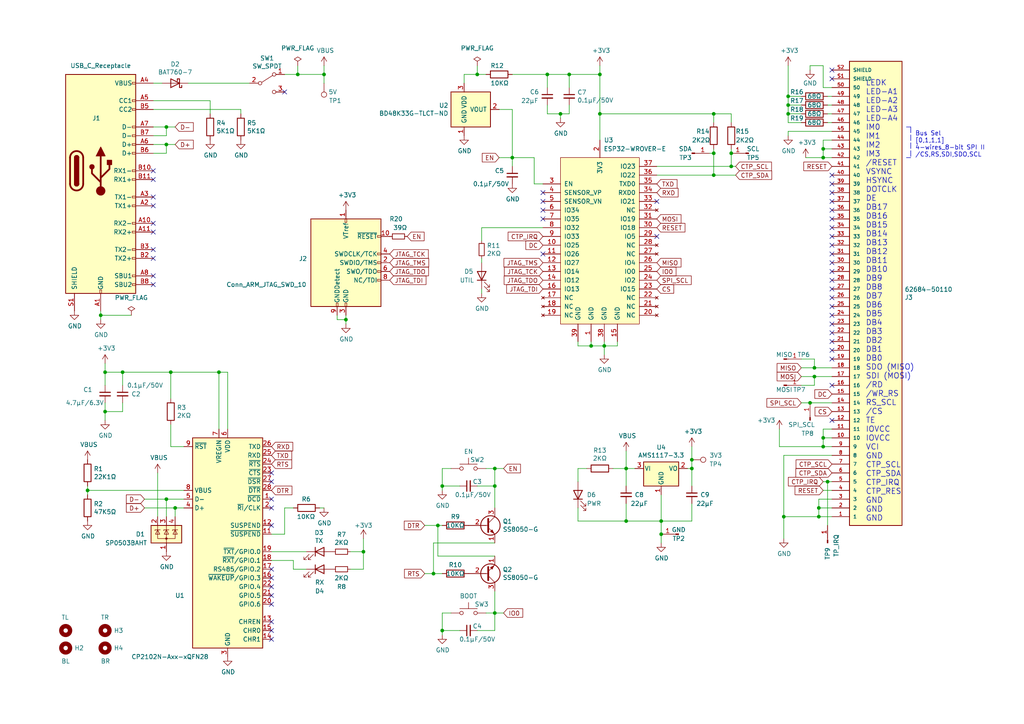
<source format=kicad_sch>
(kicad_sch (version 20211123) (generator eeschema)
  (paper "A4")
  (title_block (title "Test ESP32-WROVER-E display board") (date "2021-09-26") (rev "4") (company "Chris Mumford") (comment 1 "Fork this project and start making changes") (comment 3 "USB-C, ESP32, Capacitive touch") (comment 4 "ESP32 w/display"))
  (junction (at 207.01 50.8))
  (junction (at 212.09 44.45))
  (junction (at 200.66 135.89))
  (junction (at 238.76 43.18))
  (junction (at 162.56 33.02))
  (junction (at 125.73 166.37))
  (junction (at 128.27 140.97))
  (junction (at 105.41 160.02))
  (junction (at 127 152.4))
  (junction (at 165.1 21.59))
  (junction (at 158.75 21.59))
  (junction (at 238.76 129.54))
  (junction (at 212.09 48.26))
  (junction (at 49.53 107.95))
  (junction (at 181.61 151.13))
  (junction (at 173.99 21.59))
  (junction (at 238.76 45.72))
  (junction (at 173.99 33.02))
  (junction (at 175.26 100.33))
  (junction (at 100.33 92.71))
  (junction (at 35.56 107.95))
  (junction (at 240.03 139.7))
  (junction (at 200.66 133.35))
  (junction (at 48.26 144.78))
  (junction (at 48.26 41.91))
  (junction (at 191.77 151.13))
  (junction (at 93.98 21.59))
  (junction (at 228.6 27.94))
  (junction (at 237.49 147.32))
  (junction (at 191.77 154.94))
  (junction (at 25.4 142.24))
  (junction (at 50.8 147.32))
  (junction (at 148.59 45.72))
  (junction (at 228.6 33.02))
  (junction (at 236.22 109.22))
  (junction (at 86.36 21.59))
  (junction (at 30.48 119.38))
  (junction (at 30.48 107.95))
  (junction (at 128.27 182.88))
  (junction (at 238.76 127))
  (junction (at 143.51 135.89))
  (junction (at 237.49 149.86))
  (junction (at 207.01 33.02))
  (junction (at 236.22 106.68))
  (junction (at 228.6 30.48))
  (junction (at 63.5 107.95))
  (junction (at 207.01 44.45))
  (junction (at 29.21 91.44))
  (junction (at 138.43 21.59))
  (junction (at 143.51 140.97))
  (junction (at 171.45 100.33))
  (junction (at 227.33 149.86))
  (junction (at 143.51 177.8))
  (junction (at 48.26 36.83))
  (junction (at 181.61 135.89))
  (junction (at 234.95 116.84))
  (no_connect (at 241.3 76.2))
  (no_connect (at 241.3 88.9))
  (no_connect (at 241.3 50.8))
  (no_connect (at 241.3 101.6))
  (no_connect (at 241.3 86.36))
  (no_connect (at 241.3 104.14))
  (no_connect (at 241.3 22.86))
  (no_connect (at 44.45 52.07))
  (no_connect (at 44.45 67.31))
  (no_connect (at 44.45 82.55))
  (no_connect (at 157.48 73.66))
  (no_connect (at 241.3 58.42))
  (no_connect (at 44.45 80.01))
  (no_connect (at 241.3 83.82))
  (no_connect (at 241.3 121.92))
  (no_connect (at 190.5 68.58))
  (no_connect (at 44.45 74.93))
  (no_connect (at 241.3 60.96))
  (no_connect (at 190.5 58.42))
  (no_connect (at 241.3 66.04))
  (no_connect (at 44.45 49.53))
  (no_connect (at 44.45 57.15))
  (no_connect (at 241.3 93.98))
  (no_connect (at 44.45 72.39))
  (no_connect (at 157.48 63.5))
  (no_connect (at 44.45 64.77))
  (no_connect (at 157.48 58.42))
  (no_connect (at 241.3 55.88))
  (no_connect (at 241.3 63.5))
  (no_connect (at 241.3 73.66))
  (no_connect (at 241.3 81.28))
  (no_connect (at 241.3 78.74))
  (no_connect (at 241.3 68.58))
  (no_connect (at 78.74 167.64))
  (no_connect (at 78.74 170.18))
  (no_connect (at 78.74 172.72))
  (no_connect (at 78.74 175.26))
  (no_connect (at 78.74 180.34))
  (no_connect (at 78.74 182.88))
  (no_connect (at 78.74 185.42))
  (no_connect (at 78.74 137.16))
  (no_connect (at 78.74 139.7))
  (no_connect (at 78.74 144.78))
  (no_connect (at 78.74 165.1))
  (no_connect (at 78.74 147.32))
  (no_connect (at 78.74 152.4))
  (no_connect (at 241.3 99.06))
  (no_connect (at 44.45 59.69))
  (no_connect (at 157.48 60.96))
  (no_connect (at 241.3 53.34))
  (no_connect (at 241.3 91.44))
  (no_connect (at 241.3 20.32))
  (no_connect (at 241.3 96.52))
  (no_connect (at 241.3 111.76))
  (no_connect (at 157.48 55.88))
  (no_connect (at 82.55 26.67))
  (no_connect (at 241.3 71.12))
  (wire (pts (xy 158.75 33.02) (xy 162.56 33.02)))
  (wire (pts (xy 35.56 107.95) (xy 49.53 107.95)))
  (wire (pts (xy 237.49 144.78) (xy 237.49 147.32)))
  (wire (pts (xy 200.66 129.54) (xy 200.66 133.35)))
  (wire (pts (xy 158.75 21.59) (xy 148.59 21.59)))
  (wire (pts (xy 127 161.29) (xy 143.51 161.29)))
  (wire (pts (xy 157.48 53.34) (xy 154.94 53.34)))
  (wire (pts (xy 175.26 100.33) (xy 175.26 99.06)))
  (wire (pts (xy 232.41 35.56) (xy 228.6 35.56)))
  (wire (pts (xy 140.97 177.8) (xy 143.51 177.8)))
  (wire (pts (xy 238.76 40.64) (xy 238.76 43.18)))
  (wire (pts (xy 88.9 165.1) (xy 85.09 165.1)))
  (wire (pts (xy 48.26 144.78) (xy 53.34 144.78)))
  (wire (pts (xy 41.91 147.32) (xy 50.8 147.32)))
  (wire (pts (xy 85.09 162.56) (xy 85.09 165.1)))
  (wire (pts (xy 128.27 182.88) (xy 128.27 184.15)))
  (polyline (pts (xy 264.16 45.72) (xy 262.89 45.72)))
  (wire (pts (xy 173.99 33.02) (xy 207.01 33.02)))
  (wire (pts (xy 139.7 74.93) (xy 139.7 76.2)))
  (wire (pts (xy 127 152.4) (xy 128.27 152.4)))
  (wire (pts (xy 49.53 129.54) (xy 53.34 129.54)))
  (wire (pts (xy 167.64 135.89) (xy 170.18 135.89)))
  (wire (pts (xy 181.61 151.13) (xy 191.77 151.13)))
  (wire (pts (xy 226.06 124.46) (xy 226.06 129.54)))
  (wire (pts (xy 128.27 140.97) (xy 128.27 142.24)))
  (wire (pts (xy 171.45 100.33) (xy 175.26 100.33)))
  (wire (pts (xy 167.64 147.32) (xy 167.64 151.13)))
  (wire (pts (xy 212.09 43.18) (xy 212.09 44.45)))
  (wire (pts (xy 29.21 91.44) (xy 38.1 91.44)))
  (wire (pts (xy 105.41 165.1) (xy 105.41 160.02)))
  (wire (pts (xy 232.41 30.48) (xy 228.6 30.48)))
  (wire (pts (xy 138.43 140.97) (xy 143.51 140.97)))
  (wire (pts (xy 69.85 31.75) (xy 44.45 31.75)))
  (wire (pts (xy 139.7 66.04) (xy 139.7 69.85)))
  (wire (pts (xy 123.19 166.37) (xy 125.73 166.37)))
  (wire (pts (xy 45.72 137.16) (xy 45.72 149.86)))
  (wire (pts (xy 179.07 100.33) (xy 179.07 99.06)))
  (wire (pts (xy 234.95 19.05) (xy 234.95 20.32)))
  (wire (pts (xy 200.66 146.05) (xy 200.66 151.13)))
  (wire (pts (xy 30.48 111.76) (xy 30.48 107.95)))
  (wire (pts (xy 240.03 30.48) (xy 241.3 30.48)))
  (wire (pts (xy 30.48 119.38) (xy 30.48 121.92)))
  (wire (pts (xy 86.36 21.59) (xy 93.98 21.59)))
  (wire (pts (xy 241.3 124.46) (xy 238.76 124.46)))
  (wire (pts (xy 181.61 135.89) (xy 181.61 140.97)))
  (wire (pts (xy 35.56 111.76) (xy 35.56 107.95)))
  (wire (pts (xy 191.77 151.13) (xy 191.77 154.94)))
  (wire (pts (xy 158.75 25.4) (xy 158.75 21.59)))
  (wire (pts (xy 143.51 157.48) (xy 125.73 157.48)))
  (wire (pts (xy 165.1 25.4) (xy 165.1 21.59)))
  (wire (pts (xy 48.26 39.37) (xy 48.26 36.83)))
  (wire (pts (xy 167.64 135.89) (xy 167.64 139.7)))
  (wire (pts (xy 144.78 31.75) (xy 148.59 31.75)))
  (wire (pts (xy 232.41 104.14) (xy 236.22 104.14)))
  (wire (pts (xy 241.3 139.7) (xy 240.03 139.7)))
  (wire (pts (xy 86.36 19.05) (xy 86.36 21.59)))
  (wire (pts (xy 44.45 39.37) (xy 48.26 39.37)))
  (wire (pts (xy 82.55 21.59) (xy 86.36 21.59)))
  (wire (pts (xy 228.6 30.48) (xy 228.6 27.94)))
  (wire (pts (xy 93.98 19.05) (xy 93.98 21.59)))
  (wire (pts (xy 157.48 66.04) (xy 139.7 66.04)))
  (wire (pts (xy 44.45 24.13) (xy 46.99 24.13)))
  (wire (pts (xy 238.76 129.54) (xy 226.06 129.54)))
  (wire (pts (xy 50.8 149.86) (xy 50.8 147.32)))
  (wire (pts (xy 241.3 43.18) (xy 238.76 43.18)))
  (wire (pts (xy 177.8 135.89) (xy 181.61 135.89)))
  (wire (pts (xy 63.5 107.95) (xy 63.5 124.46)))
  (wire (pts (xy 241.3 45.72) (xy 238.76 45.72)))
  (wire (pts (xy 228.6 38.1) (xy 241.3 38.1)))
  (wire (pts (xy 191.77 154.94) (xy 191.77 157.48)))
  (wire (pts (xy 241.3 127) (xy 238.76 127)))
  (wire (pts (xy 207.01 33.02) (xy 207.01 35.56)))
  (wire (pts (xy 236.22 109.22) (xy 241.3 109.22)))
  (wire (pts (xy 101.6 165.1) (xy 105.41 165.1)))
  (wire (pts (xy 184.15 135.89) (xy 181.61 135.89)))
  (wire (pts (xy 212.09 35.56) (xy 212.09 33.02)))
  (wire (pts (xy 97.79 91.44) (xy 97.79 92.71)))
  (wire (pts (xy 232.41 111.76) (xy 236.22 111.76)))
  (wire (pts (xy 228.6 35.56) (xy 228.6 33.02)))
  (wire (pts (xy 44.45 36.83) (xy 48.26 36.83)))
  (wire (pts (xy 143.51 177.8) (xy 146.05 177.8)))
  (wire (pts (xy 25.4 142.24) (xy 25.4 143.51)))
  (wire (pts (xy 139.7 83.82) (xy 139.7 85.09)))
  (wire (pts (xy 165.1 33.02) (xy 162.56 33.02)))
  (wire (pts (xy 148.59 45.72) (xy 148.59 48.26)))
  (wire (pts (xy 41.91 144.78) (xy 48.26 144.78)))
  (wire (pts (xy 165.1 30.48) (xy 165.1 33.02)))
  (wire (pts (xy 78.74 154.94) (xy 82.55 154.94)))
  (wire (pts (xy 162.56 33.02) (xy 162.56 34.29)))
  (wire (pts (xy 212.09 44.45) (xy 212.09 48.26)))
  (wire (pts (xy 228.6 38.1) (xy 228.6 39.37)))
  (wire (pts (xy 232.41 106.68) (xy 236.22 106.68)))
  (wire (pts (xy 25.4 142.24) (xy 53.34 142.24)))
  (wire (pts (xy 30.48 116.84) (xy 30.48 119.38)))
  (wire (pts (xy 128.27 135.89) (xy 128.27 140.97)))
  (wire (pts (xy 100.33 91.44) (xy 100.33 92.71)))
  (wire (pts (xy 173.99 21.59) (xy 173.99 33.02)))
  (wire (pts (xy 88.9 160.02) (xy 78.74 160.02)))
  (wire (pts (xy 146.05 135.89) (xy 143.51 135.89)))
  (wire (pts (xy 240.03 35.56) (xy 241.3 35.56)))
  (wire (pts (xy 133.35 182.88) (xy 128.27 182.88)))
  (wire (pts (xy 173.99 33.02) (xy 173.99 40.64)))
  (wire (pts (xy 241.3 129.54) (xy 238.76 129.54)))
  (wire (pts (xy 140.97 135.89) (xy 143.51 135.89)))
  (wire (pts (xy 165.1 21.59) (xy 173.99 21.59)))
  (wire (pts (xy 238.76 25.4) (xy 241.3 25.4)))
  (wire (pts (xy 130.81 177.8) (xy 128.27 177.8)))
  (wire (pts (xy 49.53 107.95) (xy 63.5 107.95)))
  (wire (pts (xy 48.26 41.91) (xy 50.8 41.91)))
  (wire (pts (xy 44.45 41.91) (xy 48.26 41.91)))
  (wire (pts (xy 48.26 36.83) (xy 50.8 36.83)))
  (wire (pts (xy 69.85 31.75) (xy 69.85 33.02)))
  (wire (pts (xy 167.64 100.33) (xy 171.45 100.33)))
  (wire (pts (xy 48.26 149.86) (xy 48.26 144.78)))
  (wire (pts (xy 241.3 147.32) (xy 237.49 147.32)))
  (wire (pts (xy 234.95 19.05) (xy 238.76 19.05)))
  (wire (pts (xy 128.27 177.8) (xy 128.27 182.88)))
  (wire (pts (xy 181.61 146.05) (xy 181.61 151.13)))
  (wire (pts (xy 127 152.4) (xy 127 161.29)))
  (wire (pts (xy 143.51 171.45) (xy 143.51 177.8)))
  (wire (pts (xy 105.41 160.02) (xy 105.41 156.21)))
  (wire (pts (xy 227.33 132.08) (xy 241.3 132.08)))
  (wire (pts (xy 49.53 129.54) (xy 49.53 123.19)))
  (wire (pts (xy 154.94 45.72) (xy 148.59 45.72)))
  (wire (pts (xy 101.6 160.02) (xy 105.41 160.02)))
  (wire (pts (xy 237.49 149.86) (xy 227.33 149.86)))
  (wire (pts (xy 148.59 31.75) (xy 148.59 45.72)))
  (wire (pts (xy 143.51 147.32) (xy 143.51 140.97)))
  (wire (pts (xy 228.6 33.02) (xy 228.6 30.48)))
  (wire (pts (xy 93.98 21.59) (xy 93.98 24.13)))
  (wire (pts (xy 35.56 107.95) (xy 30.48 107.95)))
  (wire (pts (xy 158.75 21.59) (xy 165.1 21.59)))
  (wire (pts (xy 175.26 100.33) (xy 179.07 100.33)))
  (wire (pts (xy 138.43 182.88) (xy 143.51 182.88)))
  (wire (pts (xy 236.22 106.68) (xy 241.3 106.68)))
  (wire (pts (xy 238.76 142.24) (xy 241.3 142.24)))
  (wire (pts (xy 207.01 33.02) (xy 212.09 33.02)))
  (wire (pts (xy 48.26 41.91) (xy 48.26 44.45)))
  (wire (pts (xy 241.3 149.86) (xy 237.49 149.86)))
  (wire (pts (xy 97.79 92.71) (xy 100.33 92.71)))
  (wire (pts (xy 241.3 116.84) (xy 234.95 116.84)))
  (wire (pts (xy 227.33 132.08) (xy 227.33 149.86)))
  (wire (pts (xy 30.48 107.95) (xy 30.48 105.41)))
  (wire (pts (xy 35.56 116.84) (xy 35.56 119.38)))
  (wire (pts (xy 236.22 104.14) (xy 236.22 106.68)))
  (wire (pts (xy 241.3 144.78) (xy 237.49 144.78)))
  (wire (pts (xy 207.01 50.8) (xy 213.36 50.8)))
  (wire (pts (xy 205.74 44.45) (xy 207.01 44.45)))
  (wire (pts (xy 125.73 157.48) (xy 125.73 166.37)))
  (wire (pts (xy 60.96 29.21) (xy 60.96 33.02)))
  (wire (pts (xy 167.64 99.06) (xy 167.64 100.33)))
  (wire (pts (xy 207.01 43.18) (xy 207.01 44.45)))
  (wire (pts (xy 190.5 48.26) (xy 212.09 48.26)))
  (wire (pts (xy 44.45 44.45) (xy 48.26 44.45)))
  (wire (pts (xy 190.5 50.8) (xy 207.01 50.8)))
  (wire (pts (xy 199.39 135.89) (xy 200.66 135.89)))
  (wire (pts (xy 171.45 99.06) (xy 171.45 100.33)))
  (wire (pts (xy 232.41 116.84) (xy 234.95 116.84)))
  (wire (pts (xy 200.66 135.89) (xy 200.66 140.97)))
  (wire (pts (xy 143.51 182.88) (xy 143.51 177.8)))
  (wire (pts (xy 25.4 140.97) (xy 25.4 142.24)))
  (wire (pts (xy 240.03 27.94) (xy 241.3 27.94)))
  (wire (pts (xy 154.94 53.34) (xy 154.94 45.72)))
  (wire (pts (xy 130.81 135.89) (xy 128.27 135.89)))
  (wire (pts (xy 53.34 147.32) (xy 50.8 147.32)))
  (wire (pts (xy 167.64 151.13) (xy 181.61 151.13)))
  (wire (pts (xy 30.48 119.38) (xy 35.56 119.38)))
  (wire (pts (xy 158.75 30.48) (xy 158.75 33.02)))
  (wire (pts (xy 54.61 24.13) (xy 72.39 24.13)))
  (wire (pts (xy 238.76 127) (xy 238.76 129.54)))
  (wire (pts (xy 66.04 124.46) (xy 66.04 107.95)))
  (wire (pts (xy 66.04 107.95) (xy 63.5 107.95)))
  (wire (pts (xy 100.33 92.71) (xy 100.33 93.98)))
  (wire (pts (xy 238.76 127) (xy 238.76 124.46)))
  (wire (pts (xy 143.51 140.97) (xy 143.51 135.89)))
  (wire (pts (xy 173.99 19.05) (xy 173.99 21.59)))
  (wire (pts (xy 123.19 152.4) (xy 127 152.4)))
  (wire (pts (xy 29.21 91.44) (xy 29.21 92.71)))
  (wire (pts (xy 236.22 111.76) (xy 236.22 109.22)))
  (wire (pts (xy 232.41 33.02) (xy 228.6 33.02)))
  (wire (pts (xy 134.62 21.59) (xy 134.62 24.13)))
  (wire (pts (xy 49.53 115.57) (xy 49.53 107.95)))
  (wire (pts (xy 191.77 143.51) (xy 191.77 151.13)))
  (wire (pts (xy 200.66 151.13) (xy 191.77 151.13)))
  (wire (pts (xy 207.01 44.45) (xy 207.01 50.8)))
  (wire (pts (xy 140.97 21.59) (xy 138.43 21.59)))
  (wire (pts (xy 200.66 133.35) (xy 200.66 135.89)))
  (wire (pts (xy 29.21 90.17) (xy 29.21 91.44)))
  (wire (pts (xy 238.76 43.18) (xy 238.76 45.72)))
  (wire (pts (xy 175.26 100.33) (xy 175.26 102.87)))
  (wire (pts (xy 232.41 109.22) (xy 236.22 109.22)))
  (wire (pts (xy 138.43 19.05) (xy 138.43 21.59)))
  (wire (pts (xy 233.68 45.72) (xy 238.76 45.72)))
  (wire (pts (xy 241.3 40.64) (xy 238.76 40.64)))
  (wire (pts (xy 78.74 162.56) (xy 85.09 162.56)))
  (wire (pts (xy 133.35 140.97) (xy 128.27 140.97)))
  (wire (pts (xy 144.78 45.72) (xy 148.59 45.72)))
  (wire (pts (xy 232.41 27.94) (xy 228.6 27.94)))
  (wire (pts (xy 238.76 19.05) (xy 238.76 25.4)))
  (wire (pts (xy 228.6 19.05) (xy 228.6 27.94)))
  (wire (pts (xy 138.43 21.59) (xy 134.62 21.59)))
  (wire (pts (xy 44.45 29.21) (xy 60.96 29.21)))
  (wire (pts (xy 82.55 147.32) (xy 82.55 154.94)))
  (wire (pts (xy 240.03 139.7) (xy 238.76 139.7)))
  (wire (pts (xy 92.71 147.32) (xy 93.98 147.32)))
  (wire (pts (xy 237.49 147.32) (xy 237.49 149.86)))
  (polyline (pts (xy 262.89 36.83) (xy 264.16 36.83)))
  (wire (pts (xy 240.03 33.02) (xy 241.3 33.02)))
  (wire (pts (xy 213.36 48.26) (xy 212.09 48.26)))
  (polyline (pts (xy 264.16 36.83) (xy 264.16 45.72)))
  (wire (pts (xy 240.03 152.4) (xy 240.03 139.7)))
  (wire (pts (xy 85.09 147.32) (xy 82.55 147.32)))
  (wire (pts (xy 181.61 130.81) (xy 181.61 135.89)))
  (wire (pts (xy 227.33 149.86) (xy 227.33 156.21)))
  (wire (pts (xy 125.73 166.37) (xy 128.27 166.37)))
  (text "LEDK\nLED-A1\nLED-A2\nLED-A3\nLED-A4\nIM0\nIM1\nIM2\nIM3\n/RESET\nVSYNC\nHSYNC\nDOTCLK\nDE\nDB17\nDB16\nDB15\nDB14\nDB13\nDB12\nDB11\nDB10\nDB9\nDB8\nDB7\nDB6\nDB5\nDB4\nDB3\nDB2\nDB1\nDB0\nSDO (MISO)\nSDI (MOSI)\n/RD\n/WR_RS\nRS_SCL\n/CS\nTE\nIOVCC\nIOVCC\nVCI\nGND\nCTP_SCL\nCTP_SDA\nCTP_IRQ\nCTP_RES\nGND\nGND\nGND\n\n" (at 251.079 153.924 0) (effects (font (size 1.6002 1.6002)) (justify left bottom)))
  (text "Bus Sel\n[0,1,1,1]\n4-wires_8-bit SPI II\n/CS,RS,SDI,SDO,SCL" (at 265.43 45.72 0) (effects (font (size 1.27 1.27)) (justify left bottom)))
  (global_label "TXD" (shape input) (at 78.74 132.08 0) (property "Intersheet References" "${INTERSHEET_REFS}" (effects hide)))
  (global_label "MOSI" (shape input) (at 232.41 109.22 180) (property "Intersheet References" "${INTERSHEET_REFS}" (effects hide)))
  (global_label "D+" (shape input) (at 41.91 147.32 180) (property "Intersheet References" "${INTERSHEET_REFS}" (effects hide)))
  (global_label "EN" (shape input) (at 118.11 68.58 0) (property "Intersheet References" "${INTERSHEET_REFS}" (effects hide)))
  (global_label "RESET" (shape input) (at 238.76 142.24 180) (property "Intersheet References" "${INTERSHEET_REFS}" (effects hide)))
  (global_label "DC" (shape input) (at 157.48 71.12 180) (property "Intersheet References" "${INTERSHEET_REFS}" (effects hide)))
  (global_label "RTS" (shape input) (at 78.74 134.62 0) (property "Intersheet References" "${INTERSHEET_REFS}" (effects hide)))
  (global_label "D+" (shape input) (at 50.8 41.91 0) (property "Intersheet References" "${INTERSHEET_REFS}" (effects hide)))
  (global_label "CS" (shape input) (at 241.3 119.38 180) (property "Intersheet References" "${INTERSHEET_REFS}" (effects hide)))
  (global_label "MISO" (shape input) (at 232.41 106.68 180) (property "Intersheet References" "${INTERSHEET_REFS}" (effects hide)))
  (global_label "JTAG_TDO" (shape input) (at 113.03 78.74 0) (property "Intersheet References" "${INTERSHEET_REFS}" (effects hide)))
  (global_label "TXD" (shape input) (at 190.5 53.34 0) (property "Intersheet References" "${INTERSHEET_REFS}" (effects hide)))
  (global_label "MISO" (shape input) (at 190.5 76.2 0) (property "Intersheet References" "${INTERSHEET_REFS}" (effects hide)))
  (global_label "JTAG_TCK" (shape input) (at 157.48 78.74 180) (property "Intersheet References" "${INTERSHEET_REFS}" (effects hide)))
  (global_label "DTR" (shape input) (at 78.74 142.24 0) (property "Intersheet References" "${INTERSHEET_REFS}" (effects hide)))
  (global_label "IO0" (shape input) (at 146.05 177.8 0) (property "Intersheet References" "${INTERSHEET_REFS}" (effects hide)))
  (global_label "CS" (shape input) (at 190.5 83.82 0) (property "Intersheet References" "${INTERSHEET_REFS}" (effects hide)))
  (global_label "DTR" (shape input) (at 123.19 152.4 180) (property "Intersheet References" "${INTERSHEET_REFS}" (effects hide)))
  (global_label "EN" (shape input) (at 146.05 135.89 0) (property "Intersheet References" "${INTERSHEET_REFS}" (effects hide)))
  (global_label "CTP_IRQ" (shape input) (at 157.48 68.58 180) (property "Intersheet References" "${INTERSHEET_REFS}" (effects hide)))
  (global_label "SPI_SCL" (shape input) (at 190.5 81.28 0) (property "Intersheet References" "${INTERSHEET_REFS}" (effects hide)))
  (global_label "CTP_SDA" (shape input) (at 213.36 50.8 0) (property "Intersheet References" "${INTERSHEET_REFS}" (effects hide)))
  (global_label "RESET" (shape input) (at 241.3 48.26 180) (property "Intersheet References" "${INTERSHEET_REFS}" (effects hide)))
  (global_label "MOSI" (shape input) (at 190.5 63.5 0) (property "Intersheet References" "${INTERSHEET_REFS}" (effects hide)))
  (global_label "JTAG_TMS" (shape input) (at 157.48 76.2 180) (property "Intersheet References" "${INTERSHEET_REFS}" (effects hide)))
  (global_label "RTS" (shape input) (at 123.19 166.37 180) (property "Intersheet References" "${INTERSHEET_REFS}" (effects hide)))
  (global_label "SPI_SCL" (shape input) (at 232.41 116.84 180) (property "Intersheet References" "${INTERSHEET_REFS}" (effects hide)))
  (global_label "JTAG_TDI" (shape input) (at 157.48 83.82 180) (property "Intersheet References" "${INTERSHEET_REFS}" (effects hide)))
  (global_label "IO0" (shape input) (at 190.5 78.74 0) (property "Intersheet References" "${INTERSHEET_REFS}" (effects hide)))
  (global_label "EN" (shape input) (at 144.78 45.72 180) (property "Intersheet References" "${INTERSHEET_REFS}" (effects hide)))
  (global_label "RXD" (shape input) (at 190.5 55.88 0) (property "Intersheet References" "${INTERSHEET_REFS}" (effects hide)))
  (global_label "D-" (shape input) (at 41.91 144.78 180) (property "Intersheet References" "${INTERSHEET_REFS}" (effects hide)))
  (global_label "CTP_SCL" (shape input) (at 213.36 48.26 0) (property "Intersheet References" "${INTERSHEET_REFS}" (effects hide)))
  (global_label "JTAG_TMS" (shape input) (at 113.03 76.2 0) (property "Intersheet References" "${INTERSHEET_REFS}" (effects hide)))
  (global_label "CTP_SCL" (shape input) (at 241.3 134.62 180) (property "Intersheet References" "${INTERSHEET_REFS}" (effects hide)))
  (global_label "CTP_SDA" (shape input) (at 241.3 137.16 180) (property "Intersheet References" "${INTERSHEET_REFS}" (effects hide)))
  (global_label "JTAG_TCK" (shape input) (at 113.03 73.66 0) (property "Intersheet References" "${INTERSHEET_REFS}" (effects hide)))
  (global_label "D-" (shape input) (at 50.8 36.83 0) (property "Intersheet References" "${INTERSHEET_REFS}" (effects hide)))
  (global_label "JTAG_TDO" (shape input) (at 157.48 81.28 180) (property "Intersheet References" "${INTERSHEET_REFS}" (effects hide)))
  (global_label "RXD" (shape input) (at 78.74 129.54 0) (property "Intersheet References" "${INTERSHEET_REFS}" (effects hide)))
  (global_label "JTAG_TDI" (shape input) (at 113.03 81.28 0) (property "Intersheet References" "${INTERSHEET_REFS}" (effects hide)))
  (global_label "CTP_IRQ" (shape input) (at 238.76 139.7 180) (property "Intersheet References" "${INTERSHEET_REFS}" (effects hide)))
  (global_label "DC" (shape input) (at 241.3 114.3 180) (property "Intersheet References" "${INTERSHEET_REFS}" (effects hide)))
  (global_label "RESET" (shape input) (at 190.5 66.04 0) (property "Intersheet References" "${INTERSHEET_REFS}" (effects hide)))
  (symbol (lib_id "cmumford-symbols:62684-50110") (at 254 86.36 0) (mirror x) (unit 1)
    (property "Reference" "J3" (at 262.382 86.2584 0) (effects (justify left)))
    (property "Value" "62684-50110" (at 262.382 83.947 0) (effects (justify left)))
    (property "Footprint" "cmumford-symbols:62684-50110" (effects hide))
    (property "Datasheet" "https://cdn-shop.adafruit.com/datasheets/62684.pdf" (effects hide))
    (property "EU_RoHS_Compliance" "Compliant" (effects hide))
    (property "Comment" "62684-50110" (effects hide))
  )
  (symbol (lib_id "power:GND") (at 227.33 156.21 0) (unit 1)
    (property "Reference" "#PWR029" (effects hide))
    (property "Value" "GND" (at 227.457 160.6042 0))
  )
  (symbol (lib_id "Device:R") (at 236.22 27.94 270) (unit 1)
    (property "Reference" "R16" (at 231.14 26.67 90))
    (property "Value" "68Ω" (at 236.22 27.94 90))
    (property "Footprint" "Resistor_SMD:R_0603_1608Metric" (effects hide))
  )
  (symbol (lib_id "Device:R") (at 236.22 30.48 270) (unit 1)
    (property "Reference" "R17" (at 231.14 29.21 90))
    (property "Value" "68Ω" (at 236.22 30.48 90))
    (property "Footprint" "Resistor_SMD:R_0603_1608Metric" (effects hide))
  )
  (symbol (lib_id "Device:R") (at 236.22 33.02 270) (unit 1)
    (property "Reference" "R18" (at 231.14 31.75 90))
    (property "Value" "68Ω" (at 236.22 33.02 90))
    (property "Footprint" "Resistor_SMD:R_0603_1608Metric" (effects hide))
  )
  (symbol (lib_id "Device:R") (at 236.22 35.56 270) (unit 1)
    (property "Reference" "R19" (at 231.14 34.29 90))
    (property "Value" "68Ω" (at 236.22 35.56 90))
    (property "Footprint" "Resistor_SMD:R_0603_1608Metric" (effects hide))
  )
  (symbol (lib_id "power:GND") (at 175.26 102.87 0) (unit 1)
    (property "Reference" "#PWR024" (effects hide))
    (property "Value" "GND" (at 175.387 107.2642 0))
  )
  (symbol (lib_id "power:GND") (at 228.6 39.37 0) (unit 1)
    (property "Reference" "#PWR031" (effects hide))
    (property "Value" "GND" (at 228.727 43.7642 0))
  )
  (symbol (lib_id "Device:R") (at 207.01 39.37 0) (unit 1)
    (property "Reference" "R14" (at 201.93 38.1 0) (effects (justify left)))
    (property "Value" "2K2Ω" (at 200.66 40.64 0) (effects (justify left)))
    (property "Footprint" "Resistor_SMD:R_0603_1608Metric" (effects hide))
  )
  (symbol (lib_id "Device:R") (at 212.09 39.37 0) (unit 1)
    (property "Reference" "R15" (at 213.36 38.1 0) (effects (justify left)))
    (property "Value" "2K2Ω" (at 213.36 40.64 0) (effects (justify left)))
    (property "Footprint" "Resistor_SMD:R_0603_1608Metric" (effects hide))
  )
  (symbol (lib_id "power:+3V3") (at 200.66 129.54 0) (unit 1)
    (property "Reference" "#PWR027" (effects hide))
    (property "Value" "+3V3" (at 201.041 125.1458 0))
  )
  (symbol (lib_id "power:+3V3") (at 173.99 19.05 0) (unit 1)
    (property "Reference" "#PWR023" (effects hide))
    (property "Value" "+3V3" (at 174.371 14.6558 0))
  )
  (symbol (lib_id "Device:C_Small") (at 181.61 143.51 0) (unit 1)
    (property "Reference" "C8" (at 185.42 143.51 0))
    (property "Value" "22μF" (at 185.42 146.05 0))
    (property "Footprint" "Capacitor_SMD:C_0603_1608Metric" (effects hide))
  )
  (symbol (lib_id "power:GND") (at 29.21 92.71 0) (unit 1)
    (property "Reference" "#PWR04" (effects hide))
    (property "Value" "GND" (at 29.337 97.1042 0))
  )
  (symbol (lib_id "power:GND") (at 66.04 190.5 0) (unit 1)
    (property "Reference" "#PWR010" (effects hide))
    (property "Value" "GND" (at 66.167 194.8942 0))
  )
  (symbol (lib_id "Device:C_Small") (at 165.1 27.94 0) (unit 1)
    (property "Reference" "C7" (at 167.4368 26.7716 0) (effects (justify left)))
    (property "Value" "0.1μF/50V" (at 167.4368 29.083 0) (effects (justify left)))
    (property "Footprint" "Capacitor_SMD:C_0603_1608Metric" (effects hide))
  )
  (symbol (lib_id "Device:C_Small") (at 158.75 27.94 0) (unit 1)
    (property "Reference" "C6" (at 153.67 26.67 0) (effects (justify left)))
    (property "Value" "22μF" (at 151.13 29.21 0) (effects (justify left)))
    (property "Footprint" "Capacitor_SMD:C_0603_1608Metric" (effects hide))
  )
  (symbol (lib_id "power:+3V3") (at 233.68 45.72 0) (unit 1)
    (property "Reference" "#PWR032" (effects hide))
    (property "Value" "+3V3" (at 234.061 41.3258 0))
  )
  (symbol (lib_id "power:GND") (at 162.56 34.29 0) (unit 1)
    (property "Reference" "#PWR022" (effects hide))
    (property "Value" "GND" (at 162.687 38.6842 0))
  )
  (symbol (lib_id "Connector:TestPoint") (at 93.98 24.13 180) (unit 1)
    (property "Reference" "TP1" (at 99.06 29.21 0) (effects (justify left)))
    (property "Value" "5V" (at 97.79 26.67 0) (effects (justify left)))
    (property "Footprint" "TestPoint:TestPoint_Pad_D2.5mm" (effects hide))
  )
  (symbol (lib_id "Connector:TestPoint") (at 200.66 133.35 270) (unit 1)
    (property "Reference" "TP4" (at 205.74 134.62 90) (effects (justify left)))
    (property "Value" "3V3" (at 205.74 132.08 90) (effects (justify left)))
    (property "Footprint" "TestPoint:TestPoint_Pad_D2.5mm" (effects hide))
  )
  (symbol (lib_id "power:GND") (at 69.85 40.64 0) (unit 1)
    (property "Reference" "#PWR011" (effects hide))
    (property "Value" "GND" (at 69.977 45.0342 0))
  )
  (symbol (lib_id "Connector:USB_C_Receptacle") (at 29.21 49.53 0) (unit 1)
    (property "Reference" "J1" (at 27.94 34.29 0))
    (property "Value" "USB_C_Receptacle" (at 29.21 19.05 0))
    (property "Footprint" "Connector_USB:USB_C_Receptacle_Amphenol_12401548E4-2A" (effects hide))
    (property "Datasheet" "https://www.usb.org/sites/default/files/documents/usb_type-c.zip" (effects hide))
  )
  (symbol (lib_id "Device:D_Schottky") (at 50.8 24.13 180) (unit 1)
    (property "Reference" "D2" (at 50.8 18.6182 0))
    (property "Value" "BAT760-7" (at 50.8 20.9296 0))
    (property "Footprint" "Diode_SMD:D_SOD-323" (effects hide))
  )
  (symbol (lib_id "power:+3V3") (at 226.06 124.46 0) (unit 1)
    (property "Reference" "#PWR028" (effects hide))
    (property "Value" "+3V3" (at 222.25 121.92 0))
  )
  (symbol (lib_id "Device:C_Small") (at 35.56 114.3 0) (unit 1)
    (property "Reference" "C2" (at 38.1 114.3 0) (effects (justify left)))
    (property "Value" "0.1μF/50V" (at 36.83 111.76 0) (effects (justify left)))
    (property "Footprint" "Capacitor_SMD:C_0603_1608Metric" (effects hide))
  )
  (symbol (lib_id "Device:C_Small") (at 30.48 114.3 0) (unit 1)
    (property "Reference" "C1" (at 24.13 113.03 0) (effects (justify left)))
    (property "Value" "4.7μF/6.3V" (at 19.05 116.84 0) (effects (justify left)))
    (property "Footprint" "Capacitor_SMD:C_0603_1608Metric" (effects hide))
  )
  (symbol (lib_id "power:GND") (at 30.48 121.92 0) (unit 1)
    (property "Reference" "#PWR06" (effects hide))
    (property "Value" "GND" (at 30.607 126.3142 0))
  )
  (symbol (lib_id "Connector:Conn_01x01_Male") (at 196.85 154.94 180) (unit 1)
    (property "Reference" "TP2" (at 196.85 156.21 0))
    (property "Value" "GND" (at 196.85 153.67 0))
    (property "Footprint" "TestPoint:TestPoint_Loop_D2.50mm_Drill1.0mm" (effects hide))
  )
  (symbol (lib_id "Device:R") (at 49.53 119.38 0) (unit 1)
    (property "Reference" "R3" (at 51.308 118.2116 0) (effects (justify left)))
    (property "Value" "2KΩ" (at 51.308 120.523 0) (effects (justify left)))
    (property "Footprint" "Resistor_SMD:R_0603_1608Metric" (effects hide))
  )
  (symbol (lib_id "power:+3V3") (at 30.48 105.41 0) (unit 1)
    (property "Reference" "#PWR05" (effects hide))
    (property "Value" "+3V3" (at 30.861 101.0158 0))
  )
  (symbol (lib_id "Power_Protection:SP0503BAHT") (at 48.26 154.94 0) (unit 1)
    (property "Reference" "D1" (at 39.37 154.94 0) (effects (justify left)))
    (property "Value" "SP0503BAHT" (at 30.48 157.48 0) (effects (justify left)))
    (property "Footprint" "Package_TO_SOT_SMD:SOT-143" (effects hide))
    (property "Datasheet" "http://www.littelfuse.com/~/media/files/littelfuse/technical%20resources/documents/data%20sheets/sp05xxba.pdf" (effects hide))
  )
  (symbol (lib_id "power:GND") (at 48.26 160.02 0) (unit 1)
    (property "Reference" "#PWR08" (effects hide))
    (property "Value" "GND" (at 48.387 164.4142 0))
  )
  (symbol (lib_id "Regulator_Linear:AMS1117-3.3") (at 191.77 135.89 0) (unit 1)
    (property "Reference" "U4" (at 191.77 129.7432 0))
    (property "Value" "AMS1117-3.3" (at 191.77 132.0546 0))
    (property "Footprint" "Package_TO_SOT_SMD:SOT-223-3_TabPin2" (effects hide))
    (property "Datasheet" "http://www.advanced-monolithic.com/pdf/ds1117.pdf" (effects hide))
  )
  (symbol (lib_id "power:GND") (at 191.77 157.48 0) (unit 1)
    (property "Reference" "#PWR026" (effects hide))
    (property "Value" "GND" (at 191.897 161.8742 0))
  )
  (symbol (lib_id "Device:R") (at 173.99 135.89 270) (unit 1)
    (property "Reference" "R13" (at 173.99 130.6322 90))
    (property "Value" "2KΩ" (at 173.99 132.9436 90))
    (property "Footprint" "Resistor_SMD:R_0603_1608Metric" (effects hide))
  )
  (symbol (lib_id "Device:LED") (at 167.64 143.51 90) (unit 1)
    (property "Reference" "D6" (at 170.18 143.51 90) (effects (justify right)))
    (property "Value" "PWR" (at 170.18 146.05 90) (effects (justify right)))
    (property "Footprint" "LED_SMD:LED_0603_1608Metric" (effects hide))
  )
  (symbol (lib_id "Device:C_Small") (at 200.66 143.51 0) (unit 1)
    (property "Reference" "C9" (at 204.47 143.51 0))
    (property "Value" "22μF" (at 204.47 146.05 0))
    (property "Footprint" "Capacitor_SMD:C_0603_1608Metric" (effects hide))
  )
  (symbol (lib_id "power:VBUS") (at 181.61 130.81 0) (unit 1)
    (property "Reference" "#PWR025" (effects hide))
    (property "Value" "VBUS" (at 181.991 126.4158 0))
  )
  (symbol (lib_id "power:VBUS") (at 93.98 19.05 0) (unit 1)
    (property "Reference" "#PWR013" (effects hide))
    (property "Value" "VBUS" (at 94.361 14.6558 0))
  )
  (symbol (lib_id "Connector:Conn_01x01_Male") (at 200.66 44.45 0) (unit 1)
    (property "Reference" "TP3" (at 200.66 45.72 0) (effects (justify right)))
    (property "Value" "SDA" (at 200.66 43.18 0) (effects (justify right)))
    (property "Footprint" "TestPoint:TestPoint_Loop_D2.50mm_Drill1.0mm" (effects hide))
  )
  (symbol (lib_id "Connector:Conn_01x01_Male") (at 217.17 44.45 180) (unit 1)
    (property "Reference" "TP5" (at 218.44 45.72 0))
    (property "Value" "SCL" (at 218.44 43.18 0))
    (property "Footprint" "TestPoint:TestPoint_Loop_D2.50mm_Drill1.0mm" (effects hide))
  )
  (symbol (lib_id "Device:R") (at 88.9 147.32 90) (unit 1)
    (property "Reference" "R6" (at 90.17 144.78 90) (effects (justify left)))
    (property "Value" "10KΩ" (at 91.44 149.86 90) (effects (justify left)))
    (property "Footprint" "Resistor_SMD:R_0603_1608Metric" (effects hide))
  )
  (symbol (lib_id "power:GND") (at 93.98 147.32 0) (unit 1)
    (property "Reference" "#PWR012" (effects hide))
    (property "Value" "GND" (at 94.107 151.7142 0))
  )
  (symbol (lib_id "power:VBUS") (at 45.72 137.16 0) (unit 1)
    (property "Reference" "#PWR07" (effects hide))
    (property "Value" "VBUS" (at 46.101 132.7658 0))
  )
  (symbol (lib_id "Device:R") (at 25.4 137.16 0) (unit 1)
    (property "Reference" "R1" (at 27.178 135.9916 0) (effects (justify left)))
    (property "Value" "22K1Ω" (at 27.178 138.303 0) (effects (justify left)))
    (property "Footprint" "Resistor_SMD:R_0603_1608Metric" (effects hide))
  )
  (symbol (lib_id "Device:R") (at 25.4 147.32 0) (unit 1)
    (property "Reference" "R2" (at 27.178 146.1516 0) (effects (justify left)))
    (property "Value" "47K5Ω" (at 27.178 148.463 0) (effects (justify left)))
    (property "Footprint" "Resistor_SMD:R_0603_1608Metric" (effects hide))
  )
  (symbol (lib_id "power:VBUS") (at 25.4 133.35 0) (unit 1)
    (property "Reference" "#PWR02" (effects hide))
    (property "Value" "VBUS" (at 25.781 128.9558 0))
  )
  (symbol (lib_id "power:+3V3") (at 228.6 19.05 0) (unit 1)
    (property "Reference" "#PWR030" (effects hide))
    (property "Value" "+3V3" (at 228.981 14.6558 0))
  )
  (symbol (lib_id "power:GND") (at 234.95 20.32 0) (unit 1)
    (property "Reference" "#PWR033" (effects hide))
    (property "Value" "GND" (at 234.95 24.13 0))
  )
  (symbol (lib_id "Device:LED") (at 92.71 160.02 0) (unit 1)
    (property "Reference" "D3" (at 92.5322 154.5082 0))
    (property "Value" "TX" (at 92.5322 156.8196 0))
    (property "Footprint" "LED_SMD:LED_0603_1608Metric" (effects hide))
  )
  (symbol (lib_id "Device:LED") (at 92.71 165.1 0) (unit 1)
    (property "Reference" "D4" (at 92.71 171.45 0))
    (property "Value" "RX" (at 92.71 168.91 0))
    (property "Footprint" "LED_SMD:LED_0603_1608Metric" (effects hide))
  )
  (symbol (lib_id "Connector:Conn_01x01_Male") (at 234.95 121.92 90) (unit 1)
    (property "Reference" "TP8" (at 232.41 125.73 90) (effects (justify right)))
    (property "Value" "SPI_SCL" (at 228.6 123.19 90) (effects (justify right)))
    (property "Footprint" "TestPoint:TestPoint_Loop_D2.50mm_Drill1.0mm" (effects hide))
  )
  (symbol (lib_id "Connector:Conn_01x01_Male") (at 240.03 157.48 90) (unit 1)
    (property "Reference" "TP9" (at 240.03 158.75 0) (effects (justify right)))
    (property "Value" "TP_IRQ" (at 242.57 154.94 0) (effects (justify right)))
    (property "Footprint" "TestPoint:TestPoint_Loop_D2.50mm_Drill1.0mm" (effects hide))
  )
  (symbol (lib_id "Device:R_Small") (at 99.06 160.02 270) (unit 1)
    (property "Reference" "R7" (at 99.06 155.0416 90))
    (property "Value" "2KΩ" (at 99.06 157.353 90))
    (property "Footprint" "Resistor_SMD:R_0603_1608Metric" (effects hide))
  )
  (symbol (lib_id "Device:R_Small") (at 99.06 165.1 270) (unit 1)
    (property "Reference" "R8" (at 99.06 170.18 90))
    (property "Value" "2KΩ" (at 99.06 167.64 90))
    (property "Footprint" "Resistor_SMD:R_0603_1608Metric" (effects hide))
  )
  (symbol (lib_id "power:GND") (at 25.4 151.13 0) (unit 1)
    (property "Reference" "#PWR03" (effects hide))
    (property "Value" "GND" (at 25.527 155.5242 0))
  )
  (symbol (lib_id "power:+3V3") (at 105.41 156.21 0) (unit 1)
    (property "Reference" "#PWR016" (effects hide))
    (property "Value" "+3V3" (at 105.41 152.4 0))
  )
  (symbol (lib_id "Connector:Conn_01x01_Male") (at 227.33 104.14 0) (unit 1)
    (property "Reference" "TP6" (at 234.95 102.87 0) (effects (justify right)))
    (property "Value" "MISO" (at 229.87 102.87 0) (effects (justify right)))
    (property "Footprint" "TestPoint:TestPoint_Loop_D2.50mm_Drill1.0mm" (effects hide))
  )
  (symbol (lib_id "Connector:Conn_01x01_Male") (at 227.33 111.76 0) (unit 1)
    (property "Reference" "TP7" (at 233.68 113.03 0) (effects (justify right)))
    (property "Value" "MOSI" (at 229.87 113.03 0) (effects (justify right)))
    (property "Footprint" "TestPoint:TestPoint_Loop_D2.50mm_Drill1.0mm" (effects hide))
  )
  (symbol (lib_id "Connector:Conn_ARM_JTAG_SWD_10") (at 100.33 76.2 0) (unit 1)
    (property "Reference" "J2" (at 89.0778 75.0316 0) (effects (justify right)))
    (property "Value" "Conn_ARM_JTAG_SWD_10" (at 88.9 82.55 0) (effects (justify right)))
    (property "Footprint" "Connector_PinHeader_1.27mm:PinHeader_2x05_P1.27mm_Vertical" (effects hide))
    (property "Datasheet" "http://infocenter.arm.com/help/topic/com.arm.doc.ddi0314h/DDI0314H_coresight_components_trm.pdf" (effects hide))
  )
  (symbol (lib_id "power:GND") (at 100.33 93.98 0) (unit 1)
    (property "Reference" "#PWR015" (effects hide))
    (property "Value" "GND" (at 100.457 98.3742 0))
  )
  (symbol (lib_id "power:+3V3") (at 100.33 60.96 0) (unit 1)
    (property "Reference" "#PWR014" (effects hide))
    (property "Value" "+3V3" (at 100.711 56.5658 0))
  )
  (symbol (lib_id "power:GND") (at 21.59 90.17 0) (unit 1)
    (property "Reference" "#PWR01" (effects hide))
    (property "Value" "GND" (at 21.717 94.5642 0))
  )
  (symbol (lib_id "Device:R") (at 132.08 152.4 270) (unit 1)
    (property "Reference" "R9" (at 132.08 149.86 90))
    (property "Value" "10KΩ" (at 132.08 152.4 90))
    (property "Footprint" "Resistor_SMD:R_0603_1608Metric" (effects hide))
  )
  (symbol (lib_id "Device:R") (at 132.08 166.37 270) (unit 1)
    (property "Reference" "R10" (at 132.08 163.83 90))
    (property "Value" "10KΩ" (at 132.08 166.37 90))
    (property "Footprint" "Resistor_SMD:R_0603_1608Metric" (effects hide))
  )
  (symbol (lib_id "Transistor_BJT:S8050") (at 140.97 152.4 0) (unit 1)
    (property "Reference" "Q1" (at 145.796 151.2316 0) (effects (justify left)))
    (property "Value" "SS8050-G" (at 145.796 153.543 0) (effects (justify left)))
    (property "Footprint" "Package_TO_SOT_SMD:SOT-23" (effects hide))
    (property "Datasheet" "http://www.unisonic.com.tw/datasheet/S8050.pdf" (effects hide))
  )
  (symbol (lib_id "Transistor_BJT:S8050") (at 140.97 166.37 0) (mirror x) (unit 1)
    (property "Reference" "Q2" (at 145.796 165.2016 0) (effects (justify left)))
    (property "Value" "SS8050-G" (at 145.796 167.513 0) (effects (justify left)))
    (property "Footprint" "Package_TO_SOT_SMD:SOT-23" (effects hide))
    (property "Datasheet" "http://www.unisonic.com.tw/datasheet/S8050.pdf" (effects hide))
  )
  (symbol (lib_id "Switch:SW_Push") (at 135.89 177.8 0) (unit 1)
    (property "Reference" "SW3" (at 139.7 175.26 0))
    (property "Value" "BOOT" (at 135.89 172.8724 0))
    (property "Footprint" "Button_Switch_THT:SW_PUSH_6mm_H5mm" (effects hide))
  )
  (symbol (lib_id "power:GND") (at 128.27 184.15 0) (unit 1)
    (property "Reference" "#PWR018" (effects hide))
    (property "Value" "GND" (at 128.397 188.5442 0))
  )
  (symbol (lib_id "Device:C_Small") (at 135.89 182.88 90) (unit 1)
    (property "Reference" "C4" (at 138.43 181.61 90))
    (property "Value" "0.1μF/50V" (at 138.43 185.42 90))
    (property "Footprint" "Capacitor_SMD:C_0603_1608Metric" (effects hide))
  )
  (symbol (lib_id "Switch:SW_Push") (at 135.89 135.89 0) (unit 1)
    (property "Reference" "SW2" (at 138.43 133.35 0))
    (property "Value" "EN" (at 135.89 130.9624 0))
    (property "Footprint" "Button_Switch_THT:SW_PUSH_6mm_H5mm" (effects hide))
  )
  (symbol (lib_id "power:GND") (at 128.27 142.24 0) (unit 1)
    (property "Reference" "#PWR017" (effects hide))
    (property "Value" "GND" (at 128.397 146.6342 0))
  )
  (symbol (lib_id "Device:C_Small") (at 135.89 140.97 90) (unit 1)
    (property "Reference" "C3" (at 138.43 139.7 90))
    (property "Value" "0.1μF/50V" (at 137.16 143.51 90))
    (property "Footprint" "Capacitor_SMD:C_0603_1608Metric" (effects hide))
  )
  (symbol (lib_id "Device:R") (at 144.78 21.59 270) (unit 1)
    (property "Reference" "R12" (at 142.24 19.05 90) (effects (justify left)))
    (property "Value" "10KΩ" (at 142.24 24.13 90) (effects (justify left)))
    (property "Footprint" "Resistor_SMD:R_0603_1608Metric" (effects hide))
  )
  (symbol (lib_id "Device:C_Small") (at 148.59 50.8 0) (unit 1)
    (property "Reference" "C5" (at 143.51 49.53 0) (effects (justify left)))
    (property "Value" "0.1μF/50V" (at 137.16 53.34 0) (effects (justify left)))
    (property "Footprint" "Capacitor_SMD:C_0603_1608Metric" (effects hide))
  )
  (symbol (lib_id "Switch:SW_SPDT") (at 77.47 24.13 0) (unit 1)
    (property "Reference" "SW1" (at 77.47 16.891 0))
    (property "Value" "SW_SPDT" (at 77.47 19.2024 0))
    (property "Footprint" "Button_Switch_THT:SW_Slide_1P2T_CK_OS102011MS2Q" (effects hide))
  )
  (symbol (lib_id "Mechanical:MountingHole") (at 19.05 187.96 0) (unit 1)
    (property "Reference" "H2" (at 21.59 187.96 0) (effects (justify left)))
    (property "Value" "BL" (at 17.78 191.77 0) (effects (justify left)))
    (property "Footprint" "MountingHole:MountingHole_2.2mm_M2" (effects hide))
  )
  (symbol (lib_id "Mechanical:MountingHole") (at 19.05 182.88 0) (unit 1)
    (property "Reference" "H1" (effects hide))
    (property "Value" "TL" (at 17.78 179.07 0) (effects (justify left)))
    (property "Footprint" "MountingHole:MountingHole_2.2mm_M2" (effects hide))
  )
  (symbol (lib_id "Mechanical:MountingHole") (at 30.48 182.88 0) (unit 1)
    (property "Reference" "H3" (at 33.02 182.88 0) (effects (justify left)))
    (property "Value" "TR" (at 29.21 179.07 0) (effects (justify left)))
    (property "Footprint" "MountingHole:MountingHole_2.2mm_M2" (effects hide))
  )
  (symbol (lib_id "Mechanical:MountingHole") (at 30.48 187.96 0) (unit 1)
    (property "Reference" "H4" (at 33.02 187.96 0) (effects (justify left)))
    (property "Value" "BR" (at 29.21 191.77 0) (effects (justify left)))
    (property "Footprint" "MountingHole:MountingHole_2.2mm_M2" (effects hide))
  )
  (symbol (lib_id "Power_Management:BD48KxxG") (at 134.62 31.75 0) (unit 1)
    (property "Reference" "U2" (at 130.0734 30.5816 0) (effects (justify right)))
    (property "Value" "BD48K33G-TLCT-ND" (at 130.0734 32.893 0) (effects (justify right)))
    (property "Footprint" "Package_TO_SOT_SMD:SOT-23" (effects hide))
    (property "Datasheet" "https://www.rohm.de/datasheet/BD4830FVE/bd48xxg-e" (effects hide))
  )
  (symbol (lib_id "power:GND") (at 148.59 53.34 0) (unit 1)
    (property "Reference" "#PWR021" (effects hide))
    (property "Value" "GND" (at 148.717 57.7342 0))
  )
  (symbol (lib_id "power:GND") (at 134.62 39.37 0) (unit 1)
    (property "Reference" "#PWR019" (effects hide))
    (property "Value" "GND" (at 134.747 43.7642 0))
  )
  (symbol (lib_id "Device:R_Small") (at 139.7 72.39 0) (unit 1)
    (property "Reference" "R11" (at 141.1986 71.2216 0) (effects (justify left)))
    (property "Value" "2KΩ" (at 141.1986 73.533 0) (effects (justify left)))
    (property "Footprint" "Resistor_SMD:R_0603_1608Metric" (effects hide))
  )
  (symbol (lib_id "Device:LED") (at 139.7 80.01 90) (unit 1)
    (property "Reference" "D5" (at 134.62 78.74 90) (effects (justify right)))
    (property "Value" "UTIL" (at 133.35 81.28 90) (effects (justify right)))
    (property "Footprint" "LED_SMD:LED_0603_1608Metric" (effects hide))
  )
  (symbol (lib_id "power:GND") (at 139.7 85.09 0) (unit 1)
    (property "Reference" "#PWR020" (effects hide))
    (property "Value" "GND" (at 139.827 89.4842 0))
  )
  (symbol (lib_id "Device:R") (at 60.96 36.83 0) (unit 1)
    (property "Reference" "R4" (at 62.738 35.6616 0) (effects (justify left)))
    (property "Value" "5K1Ω" (at 62.738 37.973 0) (effects (justify left)))
    (property "Footprint" "Resistor_SMD:R_0603_1608Metric" (effects hide))
  )
  (symbol (lib_id "Device:R") (at 69.85 36.83 0) (unit 1)
    (property "Reference" "R5" (at 71.628 35.6616 0) (effects (justify left)))
    (property "Value" "5K1Ω" (at 71.628 37.973 0) (effects (justify left)))
    (property "Footprint" "Resistor_SMD:R_0603_1608Metric" (effects hide))
  )
  (symbol (lib_id "power:GND") (at 60.96 40.64 0) (unit 1)
    (property "Reference" "#PWR09" (effects hide))
    (property "Value" "GND" (at 61.087 45.0342 0))
  )
  (symbol (lib_id "EspressIf:ESP32-WROVER-E") (at 173.99 68.58 0) (unit 1)
    (property "Reference" "U3" (at 176.53 40.64 0))
    (property "Value" "ESP32-WROVER-E" (at 184.15 43.18 0))
    (property "Footprint" "EspressIf:ESP32-WROVER-IE" (effects hide))
  )
  (symbol (lib_id "Device:R_Small") (at 115.57 68.58 90) (unit 1)
    (property "Reference" "R20" (at 116.84 63.5 90) (effects (justify left)))
    (property "Value" "39Ω" (at 118.11 66.04 90) (effects (justify left)))
    (property "Footprint" "Resistor_SMD:R_0603_1608Metric" (effects hide))
  )
  (symbol (lib_id "power:PWR_FLAG") (at 138.43 19.05 0) (unit 1)
    (property "Reference" "#FLG0103" (effects hide))
    (property "Value" "PWR_FLAG" (at 138.43 13.97 0))
  )
  (symbol (lib_id "Interface_USB:CP2102N-Axx-xQFN28") (at 66.04 157.48 0) (unit 1)
    (property "Reference" "U1" (at 50.8 172.72 0) (effects (justify left)))
    (property "Value" "CP2102N-Axx-xQFN28" (at 38.1 190.5 0) (effects (justify left)))
    (property "Footprint" "Package_DFN_QFN:QFN-28-1EP_5x5mm_P0.5mm_EP3.35x3.35mm" (effects hide))
    (property "Datasheet" "https://www.silabs.com/documents/public/data-sheets/cp2102n-datasheet.pdf" (effects hide))
  )
  (symbol (lib_id "power:PWR_FLAG") (at 38.1 91.44 0) (unit 1)
    (property "Reference" "#FLG0102" (effects hide))
    (property "Value" "PWR_FLAG" (at 38.1 86.36 0))
  )
  (symbol (lib_id "power:PWR_FLAG") (at 86.36 19.05 0) (unit 1)
    (property "Reference" "#FLG0101" (effects hide))
    (property "Value" "PWR_FLAG" (at 86.36 13.97 0))
  )
)
</source>
